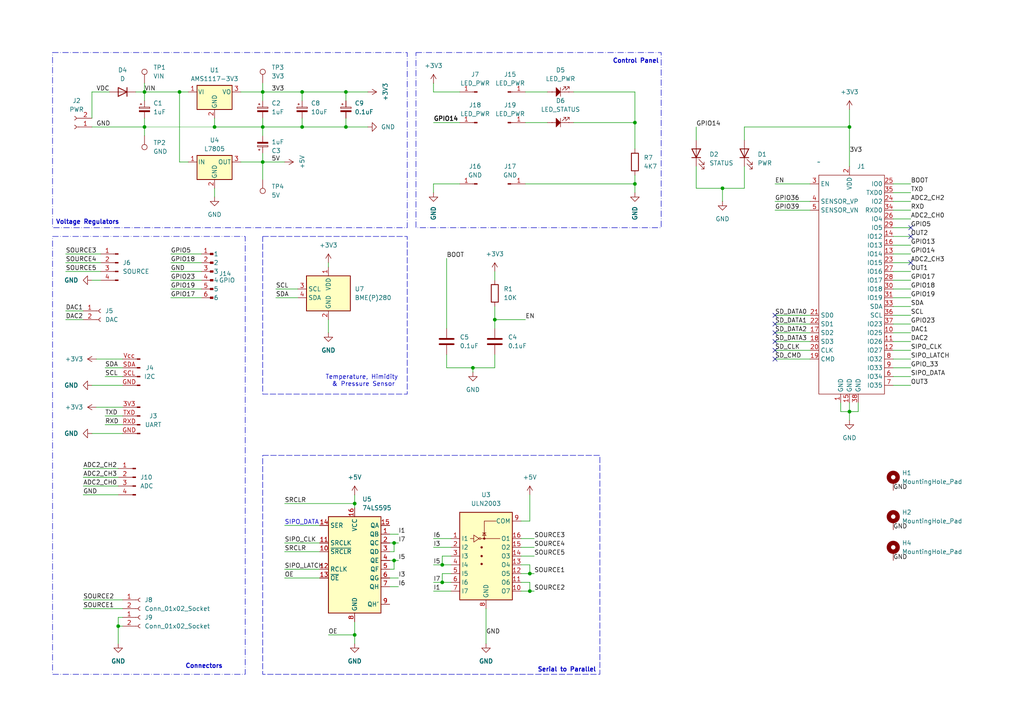
<source format=kicad_sch>
(kicad_sch (version 20231120) (generator "eeschema") (generator_version "8.0")
  (paper "A4")
  (junction (at 595.63 139.7))
  (junction (at 102.87 184.15))
  (junction (at 87.63 26.67))
  (junction (at 388.62 22.86))
  (junction (at 62.23 36.83))
  (junction (at 153.67 166.37))
  (junction (at 76.2 36.83))
  (junction (at 184.15 35.56))
  (junction (at 358.14 30.48))
  (junction (at 153.67 171.45))
  (junction (at 128.27 168.91))
  (junction (at 100.33 36.83))
  (junction (at 595.63 116.84))
  (junction (at 595.63 132.08))
  (junction (at 595.63 124.46))
  (junction (at 246.38 36.83))
  (junction (at 41.91 36.83))
  (junction (at 52.07 26.67))
  (junction (at 478.79 156.21))
  (junction (at 76.2 46.99))
  (junction (at 114.3 157.48))
  (junction (at 377.19 151.13))
  (junction (at 246.38 119.38))
  (junction (at 114.3 162.56))
  (junction (at 347.98 54.61))
  (junction (at 401.32 163.83))
  (junction (at 143.51 92.71))
  (junction (at 495.3 168.91))
  (junction (at 100.33 26.67))
  (junction (at 76.2 26.67))
  (junction (at 595.63 128.27))
  (junction (at 41.91 26.67))
  (junction (at 87.63 36.83))
  (junction (at 102.87 146.05))
  (junction (at 184.15 53.34))
  (junction (at 449.58 99.06))
  (junction (at 495.3 156.21))
  (junction (at 137.16 106.68))
  (junction (at 358.14 22.86))
  (junction (at 209.55 54.61))
  (junction (at 595.63 135.89))
  (junction (at 374.65 30.48))
  (junction (at 595.63 120.65))
  (junction (at 128.27 163.83))
  (junction (at 34.29 181.61))
  (no_connect (at 224.79 96.52))
  (no_connect (at 224.79 104.14))
  (no_connect (at 361.95 113.03))
  (no_connect (at 224.79 99.06))
  (no_connect (at 264.16 66.04))
  (no_connect (at 264.16 76.2))
  (no_connect (at 264.16 68.58))
  (no_connect (at 224.79 93.98))
  (no_connect (at 224.79 101.6))
  (no_connect (at 224.79 91.44))
  (wire (pts (xy 478.79 168.91) (xy 476.25 168.91)))
  (wire (pts (xy 114.3 162.56) (xy 114.3 165.1)))
  (wire (pts (xy 259.08 58.42) (xy 264.16 58.42)))
  (wire (pts (xy 62.23 54.61) (xy 62.23 57.15)))
  (wire (pts (xy 52.07 26.67) (xy 54.61 26.67)))
  (wire (pts (xy 588.01 135.89) (xy 595.63 135.89)))
  (wire (pts (xy 558.8 53.34) (xy 568.96 53.34)))
  (wire (pts (xy 113.03 162.56) (xy 114.3 162.56)))
  (wire (pts (xy 224.79 101.6) (xy 234.95 101.6)))
  (wire (pts (xy 34.29 179.07) (xy 34.29 181.61)))
  (wire (pts (xy 30.48 109.22) (xy 35.56 109.22)))
  (wire (pts (xy 151.13 171.45) (xy 153.67 171.45)))
  (wire (pts (xy 41.91 36.83) (xy 62.23 36.83)) (stroke (width 0.0254)))
  (wire (pts (xy 558.8 55.88) (xy 568.96 55.88)))
  (wire (pts (xy 358.14 171.45) (xy 361.95 171.45)))
  (wire (pts (xy 102.87 180.34) (xy 102.87 184.15)))
  (wire (pts (xy 82.55 157.48) (xy 92.71 157.48)))
  (wire (pts (xy 572.77 120.65) (xy 580.39 120.65)))
  (wire (pts (xy 184.15 26.67) (xy 184.15 35.56)))
  (wire (pts (xy 615.95 24.13) (xy 622.3 24.13)))
  (wire (pts (xy 588.01 124.46) (xy 595.63 124.46)))
  (wire (pts (xy 184.15 50.8) (xy 184.15 53.34)))
  (wire (pts (xy 24.13 173.99) (xy 35.56 173.99)))
  (wire (pts (xy 129.54 106.68) (xy 137.16 106.68)))
  (wire (pts (xy 595.63 139.7) (xy 595.63 143.51)))
  (wire (pts (xy 41.91 26.67) (xy 52.07 26.67)))
  (wire (pts (xy 341.63 52.07) (xy 354.33 52.07)))
  (wire (pts (xy 259.08 63.5) (xy 264.16 63.5)))
  (wire (pts (xy 209.55 54.61) (xy 215.9 54.61)))
  (wire (pts (xy 588.01 120.65) (xy 595.63 120.65)))
  (wire (pts (xy 495.3 158.75) (xy 495.3 156.21)))
  (wire (pts (xy 377.19 151.13) (xy 382.27 151.13)))
  (wire (pts (xy 224.79 99.06) (xy 234.95 99.06)))
  (wire (pts (xy 54.61 46.99) (xy 52.07 46.99)))
  (wire (pts (xy 30.48 120.65) (xy 35.56 120.65)))
  (wire (pts (xy 508 91.44) (xy 515.62 91.44)))
  (wire (pts (xy 495.3 156.21) (xy 504.19 156.21)))
  (wire (pts (xy 623.57 62.23) (xy 635 62.23)))
  (wire (pts (xy 24.13 140.97) (xy 34.29 140.97)))
  (wire (pts (xy 401.32 142.24) (xy 401.32 146.05)))
  (wire (pts (xy 82.55 160.02) (xy 92.71 160.02)))
  (wire (pts (xy 246.38 31.75) (xy 246.38 36.83)))
  (wire (pts (xy 259.08 78.74) (xy 264.16 78.74)))
  (wire (pts (xy 128.27 163.83) (xy 130.81 163.83)))
  (wire (pts (xy 128.27 168.91) (xy 130.81 168.91)))
  (wire (pts (xy 259.08 81.28) (xy 264.16 81.28)))
  (wire (pts (xy 615.95 26.67) (xy 622.3 26.67)))
  (wire (pts (xy 615.95 19.05) (xy 622.3 19.05)))
  (wire (pts (xy 623.57 57.15) (xy 635 57.15)))
  (wire (pts (xy 353.06 22.86) (xy 358.14 22.86)))
  (wire (pts (xy 27.94 104.14) (xy 35.56 104.14)))
  (wire (pts (xy 153.67 171.45) (xy 154.94 171.45)))
  (wire (pts (xy 572.77 128.27) (xy 580.39 128.27)))
  (wire (pts (xy 125.73 156.21) (xy 130.81 156.21)))
  (wire (pts (xy 389.89 151.13) (xy 393.7 151.13)))
  (wire (pts (xy 452.12 95.25) (xy 452.12 99.06)))
  (wire (pts (xy 62.23 34.29) (xy 62.23 36.83)))
  (wire (pts (xy 100.33 36.83) (xy 106.68 36.83)))
  (wire (pts (xy 151.13 156.21) (xy 154.94 156.21)))
  (wire (pts (xy 29.21 78.74) (xy 19.05 78.74)))
  (wire (pts (xy 551.22 22.73) (xy 558.84 22.73)))
  (wire (pts (xy 243.84 119.38) (xy 246.38 119.38)))
  (wire (pts (xy 114.3 157.48) (xy 115.57 157.48)))
  (wire (pts (xy 125.73 26.67) (xy 125.73 24.13)))
  (wire (pts (xy 76.2 34.29) (xy 76.2 36.83)))
  (wire (pts (xy 29.21 73.66) (xy 19.05 73.66)))
  (wire (pts (xy 259.08 53.34) (xy 264.16 53.34)))
  (wire (pts (xy 87.63 26.67) (xy 87.63 29.21)))
  (wire (pts (xy 374.65 30.48) (xy 374.65 34.29)))
  (wire (pts (xy 49.53 81.28) (xy 58.42 81.28)))
  (wire (pts (xy 595.63 120.65) (xy 595.63 124.46)))
  (wire (pts (xy 153.67 151.13) (xy 151.13 151.13)))
  (wire (pts (xy 461.01 67.31) (xy 466.09 67.31)))
  (wire (pts (xy 201.93 36.83) (xy 201.93 40.64)))
  (wire (pts (xy 340.36 22.86) (xy 345.44 22.86)))
  (wire (pts (xy 49.53 83.82) (xy 58.42 83.82)))
  (wire (pts (xy 151.13 168.91) (xy 153.67 168.91)))
  (wire (pts (xy 26.67 81.28) (xy 29.21 81.28)))
  (wire (pts (xy 102.87 146.05) (xy 102.87 147.32)))
  (wire (pts (xy 595.63 128.27) (xy 595.63 132.08)))
  (wire (pts (xy 458.47 168.91) (xy 461.01 168.91)))
  (wire (pts (xy 595.63 116.84) (xy 595.63 120.65)))
  (wire (pts (xy 504.19 163.83) (xy 504.19 168.91)))
  (wire (pts (xy 631.19 8.89) (xy 631.19 12.7)))
  (wire (pts (xy 125.73 53.34) (xy 125.73 55.88)))
  (wire (pts (xy 234.95 53.34) (xy 224.79 53.34)))
  (wire (pts (xy 358.14 173.99) (xy 361.95 173.99)))
  (wire (pts (xy 166.37 35.56) (xy 184.15 35.56)))
  (wire (pts (xy 133.35 26.67) (xy 125.73 26.67)))
  (wire (pts (xy 102.87 143.51) (xy 102.87 146.05)))
  (wire (pts (xy 26.67 26.67) (xy 31.75 26.67)))
  (wire (pts (xy 243.84 116.84) (xy 243.84 119.38)))
  (wire (pts (xy 434.34 55.88) (xy 438.15 55.88)))
  (wire (pts (xy 588.01 132.08) (xy 595.63 132.08)))
  (wire (pts (xy 41.91 39.37) (xy 41.91 36.83)))
  (wire (pts (xy 19.05 90.17) (xy 24.13 90.17)))
  (wire (pts (xy 224.79 60.96) (xy 234.95 60.96)))
  (wire (pts (xy 504.19 161.29) (xy 506.73 161.29)))
  (wire (pts (xy 49.53 76.2) (xy 58.42 76.2)))
  (wire (pts (xy 34.29 181.61) (xy 35.56 181.61)))
  (wire (pts (xy 27.94 118.11) (xy 35.56 118.11)))
  (wire (pts (xy 41.91 26.67) (xy 41.91 29.21)))
  (wire (pts (xy 143.51 88.9) (xy 143.51 92.71)))
  (wire (pts (xy 143.51 92.71) (xy 152.4 92.71)))
  (wire (pts (xy 153.67 163.83) (xy 153.67 166.37)))
  (wire (pts (xy 259.08 106.68) (xy 264.16 106.68)))
  (wire (pts (xy 41.91 34.29) (xy 41.91 36.83)))
  (wire (pts (xy 209.55 58.42) (xy 209.55 54.61)))
  (wire (pts (xy 152.4 35.56) (xy 158.75 35.56)))
  (wire (pts (xy 224.79 93.98) (xy 234.95 93.98)))
  (wire (pts (xy 153.67 143.51) (xy 153.67 151.13)))
  (wire (pts (xy 24.13 176.53) (xy 35.56 176.53)))
  (wire (pts (xy 486.41 173.99) (xy 487.68 173.99)))
  (wire (pts (xy 224.79 91.44) (xy 234.95 91.44)))
  (wire (pts (xy 113.03 160.02) (xy 114.3 160.02)))
  (wire (pts (xy 361.95 118.11) (xy 373.38 118.11)))
  (wire (pts (xy 113.03 167.64) (xy 115.57 167.64)))
  (wire (pts (xy 215.9 48.26) (xy 215.9 54.61)))
  (wire (pts (xy 52.07 26.67) (xy 52.07 46.99)))
  (wire (pts (xy 259.08 101.6) (xy 264.16 101.6)))
  (wire (pts (xy 342.9 113.03) (xy 346.71 113.03)))
  (wire (pts (xy 35.56 179.07) (xy 34.29 179.07)))
  (wire (pts (xy 76.2 46.99) (xy 82.55 46.99)))
  (wire (pts (xy 41.91 24.13) (xy 41.91 26.67)))
  (wire (pts (xy 76.2 36.83) (xy 87.63 36.83)))
  (wire (pts (xy 588.01 128.27) (xy 595.63 128.27)))
  (wire (pts (xy 259.08 104.14) (xy 264.16 104.14)))
  (wire (pts (xy 152.4 26.67) (xy 158.75 26.67)))
  (wire (pts (xy 567.73 10.03) (xy 567.73 13.84)))
  (wire (pts (xy 151.13 161.29) (xy 154.94 161.29)))
  (wire (pts (xy 401.32 156.21) (xy 401.32 163.83)))
  (wire (pts (xy 631.19 33.02) (xy 631.19 35.56)))
  (wire (pts (xy 259.08 93.98) (xy 264.16 93.98)))
  (wire (pts (xy 461.01 69.85) (xy 466.09 69.85)))
  (wire (pts (xy 143.51 102.87) (xy 143.51 106.68)))
  (wire (pts (xy 215.9 36.83) (xy 215.9 40.64)))
  (wire (pts (xy 82.55 152.4) (xy 92.71 152.4)))
  (wire (pts (xy 504.19 156.21) (xy 504.19 161.29)))
  (wire (pts (xy 623.57 66.04) (xy 623.57 62.23)))
  (wire (pts (xy 80.01 86.36) (xy 86.36 86.36)))
  (wire (pts (xy 151.13 163.83) (xy 153.67 163.83)))
  (wire (pts (xy 35.56 111.76) (xy 26.67 111.76)))
  (wire (pts (xy 151.13 158.75) (xy 154.94 158.75)))
  (wire (pts (xy 495.3 156.21) (xy 478.79 156.21)))
  (wire (pts (xy 30.48 123.19) (xy 35.56 123.19)))
  (wire (pts (xy 476.25 173.99) (xy 478.79 173.99)))
  (wire (pts (xy 125.73 35.56) (xy 133.35 35.56)))
  (wire (pts (xy 87.63 26.67) (xy 100.33 26.67)))
  (wire (pts (xy 595.63 113.03) (xy 595.63 116.84)))
  (wire (pts (xy 201.93 54.61) (xy 209.55 54.61)))
  (wire (pts (xy 76.2 36.83) (xy 76.2 39.37)))
  (wire (pts (xy 259.08 55.88) (xy 264.16 55.88)))
  (wire (pts (xy 452.12 99.06) (xy 449.58 99.06)))
  (wire (pts (xy 259.08 99.06) (xy 264.16 99.06)))
  (wire (pts (xy 461.01 62.23) (xy 466.09 62.23)))
  (wire (pts (xy 143.51 92.71) (xy 143.51 95.25)))
  (wire (pts (xy 201.93 48.26) (xy 201.93 54.61)))
  (wire (pts (xy 102.87 184.15) (xy 102.87 186.69)))
  (wire (pts (xy 449.58 95.25) (xy 449.58 99.06)))
  (wire (pts (xy 448.31 27.94) (xy 448.31 31.75)))
  (wire (pts (xy 434.34 58.42) (xy 438.15 58.42)))
  (wire (pts (xy 551.22 20.19) (xy 558.84 20.19)))
  (wire (pts (xy 100.33 26.67) (xy 100.33 29.21)))
  (wire (pts (xy 623.57 59.69) (xy 635 59.69)))
  (wire (pts (xy 358.14 166.37) (xy 361.95 166.37)))
  (wire (pts (xy 358.14 24.13) (xy 358.14 22.86)))
  (wire (pts (xy 623.57 54.61) (xy 635 54.61)))
  (wire (pts (xy 388.62 30.48) (xy 374.65 30.48)))
  (wire (pts (xy 588.01 139.7) (xy 595.63 139.7)))
  (wire (pts (xy 62.23 36.83) (xy 76.2 36.83)))
  (wire (pts (xy 401.32 163.83) (xy 401.32 172.72)))
  (wire (pts (xy 358.14 168.91) (xy 361.95 168.91)))
  (wire (pts (xy 361.95 115.57) (xy 373.38 115.57)))
  (wire (pts (xy 259.08 86.36) (xy 264.16 86.36)))
  (wire (pts (xy 224.79 104.14) (xy 234.95 104.14)))
  (wire (pts (xy 561.34 48.26) (xy 568.96 48.26)))
  (wire (pts (xy 449.58 99.06) (xy 449.58 101.6)))
  (wire (pts (xy 76.2 29.21) (xy 76.2 26.67)))
  (wire (pts (xy 80.01 83.82) (xy 86.36 83.82)))
  (wire (pts (xy 259.08 60.96) (xy 264.16 60.96)))
  (wire (pts (xy 76.2 46.99) (xy 76.2 52.07)))
  (wire (pts (xy 342.9 30.48) (xy 358.14 30.48)))
  (wire (pts (xy 125.73 168.91) (xy 128.27 168.91)))
  (wire (pts (xy 572.77 135.89) (xy 580.39 135.89)))
  (wire (pts (xy 259.08 71.12) (xy 264.16 71.12)))
  (wire (pts (xy 259.08 88.9) (xy 264.16 88.9)))
  (wire (pts (xy 340.36 25.4) (xy 342.9 25.4)))
  (wire (pts (xy 341.63 49.53) (xy 347.98 49.53)))
  (wire (pts (xy 347.98 49.53) (xy 347.98 54.61)))
  (wire (pts (xy 26.67 36.83) (xy 41.91 36.83)))
  (wire (pts (xy 401.32 163.83) (xy 393.7 163.83)))
  (wire (pts (xy 24.13 138.43) (xy 34.29 138.43)))
  (wire (pts (xy 125.73 53.34) (xy 133.35 53.34)))
  (wire (pts (xy 558.8 58.42) (xy 558.8 55.88)))
  (wire (pts (xy 125.73 171.45) (xy 130.81 171.45)))
  (wire (pts (xy 377.19 142.24) (xy 377.19 151.13)))
  (wire (pts (xy 382.27 22.86) (xy 388.62 22.86)))
  (wire (pts (xy 572.77 116.84) (xy 580.39 116.84)))
  (wire (pts (xy 224.79 58.42) (xy 234.95 58.42)))
  (wire (pts (xy 495.3 179.07) (xy 495.3 182.88)))
  (wire (pts (xy 113.03 154.94) (xy 115.57 154.94)))
  (wire (pts (xy 35.56 125.73) (xy 26.67 125.73)))
  (wire (pts (xy 572.77 124.46) (xy 580.39 124.46)))
  (wire (pts (xy 259.08 76.2) (xy 264.16 76.2)))
  (wire (pts (xy 504.19 88.9) (xy 515.62 88.9)))
  (wire (pts (xy 100.33 34.29) (xy 100.33 36.83)))
  (wire (pts (xy 506.73 163.83) (xy 504.19 163.83)))
  (wire (pts (xy 327.66 113.03) (xy 335.28 113.03)))
  (wire (pts (xy 95.25 76.2) (xy 95.25 77.47)))
  (wire (pts (xy 49.53 86.36) (xy 58.42 86.36)))
  (wire (pts (xy 246.38 119.38) (xy 246.38 121.92)))
  (wire (pts (xy 259.08 68.58) (xy 264.16 68.58)))
  (wire (pts (xy 259.08 96.52) (xy 264.16 96.52)))
  (wire (pts (xy 595.63 135.89) (xy 595.63 139.7)))
  (wire (pts (xy 259.08 111.76) (xy 264.16 111.76)))
  (wire (pts (xy 478.79 156.21) (xy 478.79 168.91)))
  (wire (pts (xy 76.2 44.45) (xy 76.2 46.99)))
  (wire (pts (xy 125.73 158.75) (xy 130.81 158.75)))
  (wire (pts (xy 82.55 165.1) (xy 92.71 165.1)))
  (wire (pts (xy 246.38 36.83) (xy 246.38 48.26)))
  (wire (pts (xy 129.54 74.93) (xy 129.54 95.25)))
  (wire (pts (xy 572.77 139.7) (xy 580.39 139.7)))
  (wire (pts (xy 626.11 49.53) (xy 635 49.53)))
  (wire (pts (xy 384.81 163.83) (xy 386.08 163.83)))
  (wire (pts (xy 461.01 72.39) (xy 466.09 72.39)))
  (wire (pts (xy 344.17 123.19) (xy 344.17 118.11)))
  (wire (pts (xy 184.15 53.34) (xy 184.15 55.88)))
  (wire (pts (xy 153.67 168.91) (xy 153.67 171.45)))
  (wire (pts (xy 455.93 173.99) (xy 461.01 173.99)))
  (wire (pts (xy 69.85 46.99) (xy 76.2 46.99)))
  (wire (pts (xy 69.85 26.67) (xy 76.2 26.67)))
  (wire (pts (xy 388.62 29.21) (xy 388.62 30.48)))
  (wire (pts (xy 342.9 25.4) (xy 342.9 30.48)))
  (wire (pts (xy 347.98 54.61) (xy 347.98 60.96)))
  (wire (pts (xy 19.05 92.71) (xy 24.13 92.71)))
  (wire (pts (xy 34.29 181.61) (xy 34.29 186.69)))
  (wire (pts (xy 82.55 146.05) (xy 102.87 146.05)))
  (wire (pts (xy 248.92 119.38) (xy 246.38 119.38)))
  (wire (pts (xy 377.19 168.91) (xy 377.19 172.72)))
  (wire (pts (xy 341.63 54.61) (xy 347.98 54.61)))
  (wire (pts (xy 153.67 166.37) (xy 154.94 166.37)))
  (wire (pts (xy 440.69 168.91) (xy 450.85 168.91)))
  (wire (pts (xy 259.08 66.04) (xy 264.16 66.04)))
  (wire (pts (xy 113.03 157.48) (xy 114.3 157.48)))
  (wire (pts (xy 259.08 109.22) (xy 264.16 109.22)))
  (wire (pts (xy 358.14 163.83) (xy 361.95 163.83)))
  (wire (pts (xy 388.62 24.13) (xy 388.62 22.86)))
  (wire (pts (xy 623.57 52.07) (xy 635 52.07)))
  (wire (pts (xy 248.92 116.84) (xy 248.92 119.38)))
  (wire (pts (xy 588.01 113.03) (xy 595.63 113.03)))
  (wire (pts (xy 588.01 116.84) (xy 595.63 116.84)))
  (wire (pts (xy 34.29 135.89) (xy 24.13 135.89)))
  (wire (pts (xy 447.04 99.06) (xy 449.58 99.06)))
  (wire (pts (xy 558.8 50.8) (xy 568.96 50.8)))
  (wire (pts (xy 447.04 95.25) (xy 447.04 99.06)))
  (wire (pts (xy 184.15 35.56) (xy 184.15 43.18)))
  (wire (pts (xy 95.25 184.15) (xy 102.87 184.15)))
  (wire (pts (xy 259.08 83.82) (xy 264.16 83.82)))
  (wire (pts (xy 76.2 24.13) (xy 76.2 26.67)))
  (wire (pts (xy 130.81 166.37) (xy 128.27 166.37)))
  (wire (pts (xy 259.08 73.66) (xy 264.16 73.66)))
  (wire (pts (xy 130.81 161.29) (xy 128.27 161.29)))
  (wire (pts (xy 358.14 22.86) (xy 367.03 22.86)))
  (wire (pts (xy 388.62 22.86) (xy 396.24 22.86)))
  (wire (pts (xy 461.01 44.45) (xy 466.09 44.45)))
  (wire (pts (xy 358.14 30.48) (xy 374.65 30.48)))
  (wire (pts (xy 143.51 78.74) (xy 143.51 81.28)))
  (wire (pts (xy 495.3 166.37) (xy 495.3 168.91)))
  (wire (pts (xy 125.73 163.83) (xy 128.27 163.83)))
  (wire (pts (xy 87.63 34.29) (xy 87.63 36.83)))
  (wire (pts (xy 358.14 29.21) (xy 358.14 30.48)))
  (wire (pts (xy 49.53 73.66) (xy 58.42 73.66)))
  (wire (pts (xy 30.48 106.68) (xy 35.56 106.68)))
  (wire (pts (xy 259.08 91.44) (xy 264.16 91.44)))
  (wire (pts (xy 26.67 26.67) (xy 26.67 34.29)))
  (wire (pts (xy 615.95 21.59) (xy 622.3 21.59)))
  (wire (pts (xy 358.14 161.29) (xy 361.95 161.29)))
  (wire (pts (xy 152.4 53.34) (xy 184.15 53.34)))
  (wire (pts (xy 137.16 106.68) (xy 137.16 107.95)))
  (wire (pts (xy 24.13 143.51) (xy 34.29 143.51)))
  (wire (pts (xy 224.79 96.52) (xy 234.95 96.52)))
  (wire (pts (xy 377.19 151.13) (xy 377.19 158.75)))
  (wire (pts (xy 572.77 132.08) (xy 580.39 132.08)))
  (wire (pts (xy 128.27 161.29) (xy 128.27 163.83)))
  (wire (pts (xy 113.03 165.1) (xy 114.3 165.1)))
  (wire (pts (xy 113.03 170.18) (xy 115.57 170.18)))
  (wire (pts (xy 95.25 92.71) (xy 95.25 96.52)))
  (wire (pts (xy 567.73 29.08) (xy 567.73 34.16)))
  (wire (pts (xy 595.63 124.46) (xy 595.63 128.27)))
  (wire (pts (xy 129.54 102.87) (xy 129.54 106.68)))
  (wire (pts (xy 478.79 153.67) (xy 478.79 156.21)))
  (wire (pts (xy 151.13 166.37) (xy 153.67 166.37)))
  (wire (pts (xy 140.97 176.53) (xy 140.97 186.69)))
  (wire (pts (xy 76.2 26.67) (xy 87.63 26.67)))
  (wire (pts (xy 450.85 27.94) (xy 450.85 31.75)))
  (wire (pts (xy 49.53 78.74) (xy 58.42 78.74)))
  (wire (pts (xy 29.21 76.2) (xy 19.05 76.2)))
  (wire (pts (xy 344.17 118.11) (xy 346.71 118.11)))
  (wire (pts (xy 137.16 106.68) (xy 143.51 106.68)))
  (wire (pts (xy 215.9 36.83) (xy 246.38 36.83)))
  (wire (pts (xy 504.19 168.91) (xy 495.3 168.91)))
  (wire (pts (xy 114.3 162.56) (xy 115.57 162.56)))
  (wire (pts (xy 455.93 182.88) (xy 455.93 173.99)))
  (wire (pts (xy 128.27 166.37) (xy 128.27 168.91)))
  (wire (pts (xy 246.38 116.84) (xy 246.38 119.38)))
  (wire (pts (xy 595.63 132.08) (xy 595.63 135.89)))
  (wire (pts (xy 114.3 160.02) (xy 114.3 157.48)))
  (wire (pts (xy 580.39 113.03) (xy 572.77 113.03)))
  (wire (pts (xy 166.37 26.67) (xy 184.15 26.67)))
  (wire (pts (xy 87.63 36.83) (xy 100.33 36.83)))
  (wire (pts (xy 461.01 64.77) (xy 466.09 64.77)))
  (wire (pts (xy 100.33 26.67) (xy 106.68 26.67)))
  (wire (pts (xy 39.37 26.67) (xy 41.91 26.67)))
  (wire (pts (xy 82.55 167.64) (xy 92.71 167.64)))
  (rectangle (start 328.93 137.16) (end 412.75 186.69) (stroke (width 0) (type dash_dot)))
  (rectangle (start 76.2 132.08) (end 173.99 195.58) (stroke (width 0) (type dash)))
  (rectangle (start 15.24 68.58) (end 71.12 195.58) (stroke (width 0) (type dash_dot)))
  (rectangle (start 76.2 68.58) (end 118.11 114.3) (stroke (width 0) (type dash)))
  (rectangle (start 120.65 15.24) (end 191.77 66.04) (stroke (width 0) (type dash_dot)))
  (rectangle (start 15.24 15.24) (end 118.11 66.04) (stroke (width 0) (type dash_dot)))
  (text "Voltage Regulators" (at 25.4 63.754 0) (effects (font (size 1.27 1.27) (thickness 0.254) (bold yes)) (justify top)))
  (text "UART Programmer" (at 401.828 184.912 0) (effects (font (size 1.27 1.27))))
  (text "Control Panel " (at 184.912 17.78 0) (effects (font (size 1.27 1.27) (thickness 0.254) (bold yes))))
  (text "Connectors\n" (at 59.182 193.294 0) (effects (font (size 1.27 1.27) (thickness 0.254) (bold yes))))
  (text "Serial to Parallel" (at 172.974 195.072 0) (effects (font (size 1.27 1.27) (bold yes)) (justify right bottom)))
  (text "Temperature, Himidity \n& Pressure Sensor" (at 105.41 110.49 0) (effects (font (size 1.27 1.27))))
  (label "SIPO_DATA" (at 264.16 109.22 0))
  (label "VIN" (at 358.14 22.86 0))
  (label "SOURCE5" (at 154.94 161.29 0))
  (label "GND" (at 259.08 142.24 0))
  (label "SPI-SDA" (at 623.57 52.07 0))
  (label "12V" (at 508 91.44 0))
  (label "SOURCE3" (at 19.05 73.66 0))
  (label "SOURCE4" (at 19.05 76.2 0))
  (label "SD_DATA1" (at 224.79 93.98 0))
  (label "SOURCE1" (at 24.13 176.53 0))
  (label "I7" (at 115.57 157.48 0))
  (label "TXD" (at 361.95 166.37 0))
  (label "GPIO5" (at 264.16 66.04 0))
  (label "SOURCE5" (at 19.05 78.74 0))
  (label "RTS" (at 401.32 172.72 0))
  (label "ADC2_CH2" (at 264.16 58.42 0))
  (label "OUT1" (at 264.16 78.74 0))
  (label "SPI-SDO" (at 623.57 59.69 0))
  (label "GND" (at 508 88.9 0))
  (label "SPI-SCL" (at 466.09 62.23 0))
  (label "GPIO_33" (at 264.16 106.68 0))
  (label "I3" (at 115.57 167.64 0))
  (label "OUT2" (at 264.16 68.58 0))
  (label "3V3" (at 361.95 161.29 0))
  (label "SD_DATA0" (at 224.79 91.44 0))
  (label "QB-2" (at 572.77 116.84 180))
  (label "EN" (at 401.32 142.24 0))
  (label "D5" (at 615.95 24.13 0))
  (label "GPIO23" (at 264.16 93.98 0))
  (label "VDC" (at 27.94 26.67 0))
  (label "GPIO13" (at 264.16 71.12 0))
  (label "SCL" (at 80.01 83.82 0))
  (label "QD-2" (at 572.77 124.46 180))
  (label "SIPO_CLK" (at 82.55 157.48 0))
  (label "QF-2" (at 572.77 132.08 180))
  (label "SD_CLK" (at 224.79 101.6 0))
  (label "SPI-CSB" (at 623.57 57.15 0))
  (label "DAC2" (at 19.05 92.71 0))
  (label "OE" (at 95.25 184.15 0))
  (label "TXD" (at 264.16 55.88 0))
  (label "I1" (at 125.73 171.45 0))
  (label "BOOT" (at 129.54 74.93 0))
  (label "ADC2_CH2" (at 24.13 135.89 0))
  (label "SDA" (at 264.16 88.9 0))
  (label "D19" (at 615.95 26.67 0))
  (label "SD_CMD" (at 224.79 104.14 0))
  (label "ADC2_CH0" (at 24.13 140.97 0))
  (label "SD_DATA3" (at 224.79 99.06 0))
  (label "SIPO_LATCH" (at 82.55 165.1 0))
  (label "QA-2" (at 572.77 113.03 180))
  (label "I5" (at 115.57 162.56 0))
  (label "GPIO17" (at 264.16 81.28 0))
  (label "GPIO23" (at 49.53 81.28 0))
  (label "3V3" (at 450.85 27.94 0))
  (label "GPIO5" (at 49.53 73.66 0))
  (label "DTR" (at 377.19 142.24 0))
  (label "GPIO13" (at 440.69 168.91 0))
  (label "SD_DATA2" (at 224.79 96.52 0))
  (label "SDA-2" (at 551.22 22.73 0))
  (label "SPI-SCL" (at 623.57 54.61 0))
  (label "GND" (at 24.13 143.51 0))
  (label "EN" (at 152.4 92.71 0))
  (label "D18" (at 615.95 19.05 0))
  (label "RTS" (at 361.95 171.45 0))
  (label "D23" (at 615.95 21.59 0))
  (label "5V" (at 342.9 52.07 0))
  (label "SCL" (at 264.16 91.44 0))
  (label "SIPO_LATCH" (at 264.16 104.14 0))
  (label "GPIO18" (at 264.16 83.82 0))
  (label "GPIO14" (at 201.93 36.83 0))
  (label "GPIO14" (at 264.16 73.66 0))
  (label "V1-" (at 363.22 118.11 0))
  (label "BOOT" (at 377.19 172.72 0))
  (label "RX" (at 434.34 55.88 0))
  (label "RXD" (at 30.48 123.19 0))
  (label "GPIO27" (at 327.66 113.03 0))
  (label "SCL" (at 30.48 109.22 0))
  (label "GND" (at 361.95 163.83 0))
  (label "SIPO_CLK" (at 264.16 101.6 0))
  (label "GND" (at 49.53 78.74 0))
  (label "I6" (at 125.73 156.21 0))
  (label "3V3" (at 246.38 44.45 0))
  (label "QE-2" (at 572.77 128.27 180))
  (label "ADC2_CH3" (at 264.16 76.2 0))
  (label "SPI-SDO" (at 466.09 64.77 0))
  (label "OUT3" (at 264.16 111.76 0))
  (label "SCL-2" (at 558.8 53.34 0))
  (label "GPIO39" (at 224.79 60.96 0))
  (label "I5" (at 125.73 163.83 0))
  (label "SOURCE1" (at 154.94 166.37 0))
  (label "SPI-CSB" (at 466.09 44.45 0))
  (label "SPI-SDA" (at 466.09 72.39 0))
  (label "GND" (at 259.08 153.67 0))
  (label "GPIO17" (at 49.53 86.36 0))
  (label "GPIO18" (at 49.53 76.2 0))
  (label "SOURCE2" (at 154.94 171.45 0))
  (label "BOOT" (at 264.16 53.34 0))
  (label "RXD" (at 361.95 168.91 0))
  (label "SRCLR" (at 82.55 146.05 0))
  (label "SOURCE3" (at 154.94 156.21 0))
  (label "5V" (at 384.81 22.86 0))
  (label "DTR" (at 361.95 173.99 0))
  (label "ADC2_CH0" (at 264.16 63.5 0))
  (label "5V" (at 78.74 46.99 0))
  (label "ADC2_CH3" (at 24.13 138.43 0))
  (label "SCL-2" (at 551.22 20.19 0))
  (label "GND" (at 259.08 162.56 0))
  (label "VIN" (at 41.91 26.67 0))
  (label "SDA-2" (at 558.8 50.8 0))
  (label "DAC2" (at 264.16 99.06 0))
  (label "SDA" (at 80.01 86.36 0))
  (label "TX" (at 434.34 58.42 0))
  (label "QH-2" (at 572.77 139.7 180))
  (label "DAC1" (at 264.16 96.52 0))
  (label "3V3" (at 78.74 26.67 0))
  (label "OE" (at 82.55 167.64 0))
  (label "SDA" (at 30.48 106.68 0))
  (label "SRCLR" (at 82.55 160.02 0))
  (label "GPIO19" (at 49.53 83.82 0))
  (label "GPIO36" (at 224.79 58.42 0))
  (label "GPIO19" (at 264.16 86.36 0))
  (label "SCL-2" (at 466.09 69.85 0))
  (label "I3" (at 125.73 158.75 0))
  (label "GND" (at 27.94 36.83 0))
  (label "I1" (at 115.57 154.94 0))
  (label "V1+" (at 363.22 115.57 0))
  (label "DAC1" (at 19.05 90.17 0))
  (label "EN" (at 224.79 53.34 0))
  (label "VDC" (at 340.36 22.86 0))
  (label "I6" (at 115.57 170.18 0))
  (label "SIPO_DATA" (at 82.55 152.4 0))
  (label "QC-2" (at 572.77 120.65 180))
  (label "GND" (at 140.97 184.15 0))
  (label "GPIO14" (at 125.73 35.56 0) (effects (font (bold yes))))
  (label "SOURCE4" (at 154.94 158.75 0))
  (label "I7" (at 125.73 168.91 0))
  (label "GND" (at 347.98 30.48 0))
  (label "TXD" (at 30.48 120.65 0))
  (label "SDA-2" (at 466.09 67.31 0))
  (label "SOURCE2" (at 24.13 173.99 0))
  (label "RXD" (at 264.16 60.96 0))
  (label "QG-2" (at 572.77 135.89 180))
  (symbol (lib_id "Connector:Conn_01x02_Socket") (at 29.21 90.17 0) (unit 1)
    (property "Reference" "J5" (at 30.48 90.1699 0) (effects (justify left)))
    (property "Value" "DAC" (at 30.48 92.7099 0) (effects (justify left)))
    (property "Footprint" "Connector_PinSocket_2.54mm:PinSocket_1x02_P2.54mm_Vertical" (effects (hide yes)))
  )
  (symbol (lib_id "power:GND") (at 631.19 35.56 0) (unit 1)
    (property "Reference" "#PWR042" (effects (hide yes)))
    (property "Value" "GND" (at 631.19 40.64 0))
  )
  (symbol (lib_id "power:GND") (at 106.68 36.83 90) (unit 1)
    (property "Reference" "#PWR03" (effects (hide yes)))
    (property "Value" "GND" (at 110.49 36.8299 90) (effects (justify right)))
  )
  (symbol (lib_id "Device:R") (at 389.89 163.83 270) (unit 1) (on_board no)
    (property "Reference" "R3" (at 389.89 157.48 90))
    (property "Value" "10K" (at 389.89 160.02 90))
    (property "Footprint" "Resistor_SMD:R_1210_3225Metric_Pad1.30x2.65mm_HandSolder" (effects (hide yes)))
    (property "Description" "Resistor" (effects (hide yes)))
  )
  (symbol (lib_id "Connector:Conn_01x04_Pin") (at 39.37 138.43 0) (mirror y) (unit 1)
    (property "Reference" "J10" (at 40.64 138.4299 0) (effects (justify right)))
    (property "Value" "ADC" (at 40.64 140.9699 0) (effects (justify right)))
    (property "Footprint" "Connector_PinSocket_2.54mm:PinSocket_1x04_P2.54mm_Vertical" (effects (hide yes)))
  )
  (symbol (lib_name "+3V3_2") (lib_id "power:+3V3") (at 631.19 8.89 0) (unit 1)
    (property "Reference" "#PWR043" (effects (hide yes)))
    (property "Value" "+3V3" (at 631.19 5.08 0))
    (property "Description" "Power symbol creates a global label with name \"+3V3\"" (effects (hide yes)))
  )
  (symbol (lib_id "Device:LED") (at 584.2 135.89 180) (unit 1)
    (property "Reference" "D14" (at 585.7875 128.27 0))
    (property "Value" "PWR" (at 585.7875 130.81 0))
    (property "Footprint" "LED_SMD:LED_1210_3225Metric_Pad1.42x2.65mm_HandSolder" (effects (hide yes)))
    (property "Description" "Light emitting diode" (effects (hide yes)))
  )
  (symbol (lib_id "Device:C_Polarized_Small") (at 388.62 26.67 0) (mirror x) (unit 1)
    (property "Reference" "C7" (at 391.16 28.4861 0) (effects (justify left)))
    (property "Value" "1uF" (at 391.16 25.9461 0) (effects (justify left)))
    (property "Footprint" "Capacitor_THT:CP_Radial_D4.0mm_P2.00mm" (effects (hide yes)))
  )
  (symbol (lib_id "power:+3V3") (at 95.25 76.2 0) (unit 1)
    (property "Reference" "#PWR022" (effects (hide yes)))
    (property "Value" "+3V3" (at 95.25 71.12 0))
  )
  (symbol (lib_id "power:GND") (at 26.67 81.28 270) (unit 1)
    (property "Reference" "#PWR023" (effects (hide yes)))
    (property "Value" "GND" (at 22.86 81.28 90) (effects (font (bold yes)) (justify right)))
  )
  (symbol (lib_id "power:+3V3") (at 27.94 118.11 90) (unit 1)
    (property "Reference" "#PWR06" (effects (hide yes)))
    (property "Value" "+3V3" (at 24.13 118.1099 90) (effects (justify left)))
  )
  (symbol (lib_id "power:GND") (at 567.73 34.16 0) (unit 1)
    (property "Reference" "#PWR032" (effects (hide yes)))
    (property "Value" "GND" (at 567.73 39.24 0))
  )
  (symbol (lib_id "Device:LED") (at 584.2 124.46 180) (unit 1)
    (property "Reference" "D11" (at 585.7875 116.84 0))
    (property "Value" "PWR" (at 585.7875 119.38 0))
    (property "Footprint" "LED_SMD:LED_1210_3225Metric_Pad1.42x2.65mm_HandSolder" (effects (hide yes)))
    (property "Description" "Light emitting diode" (effects (hide yes)))
  )
  (symbol (lib_id "Alexander Symbol Library:BME(P)280") (at 96.52 87.63 0) (unit 1)
    (property "Reference" "U7" (at 102.87 83.8199 0) (effects (justify left)))
    (property "Value" "BME(P)280" (at 102.87 86.3599 0) (effects (justify left)))
    (property "Footprint" "Alexander Footprint Library:BME280_BMP280_I2C" (effects (hide yes)))
    (property "Description" "Absolute Barometric Pressure Sensor" (effects (hide yes)))
  )
  (symbol (lib_id "Device:LED") (at 201.93 44.45 90) (unit 1)
    (property "Reference" "D2" (at 205.74 44.7674 90) (effects (justify right)))
    (property "Value" "STATUS" (at 205.74 47.3074 90) (effects (justify right)))
    (property "Footprint" "LED_SMD:LED_1210_3225Metric_Pad1.42x2.65mm_HandSolder" (effects (hide yes)))
    (property "Description" "Light emitting diode" (effects (hide yes)))
  )
  (symbol (lib_id "Connector:Conn_01x01_Pin") (at 147.32 35.56 0) (mirror x) (unit 1)
    (property "Reference" "J19" (at 147.955 30.48 0))
    (property "Value" "LED_PWR" (at 147.955 33.02 0))
    (property "Footprint" "Alexander Footprint Library:Pad_1x01_P2.54_SMD" (effects (hide yes)))
    (property "Description" "Generic connector, single row, 01x01, script generated" (effects (hide yes)))
  )
  (symbol (lib_id "power:+3V3") (at 27.94 104.14 90) (unit 1)
    (property "Reference" "#PWR08" (effects (hide yes)))
    (property "Value" "+3V3" (at 24.13 104.14 90) (effects (justify left)))
  )
  (symbol (lib_id "Regulator_Linear:L7805") (at 374.65 22.86 0) (unit 1)
    (property "Reference" "U9" (at 374.65 16.51 0))
    (property "Value" "L7805" (at 374.65 19.05 0))
    (property "Footprint" "Alexander Footprint Library:LD1117" (effects (hide yes)))
    (property "Datasheet" "datasheets/Voltage-Regulator_L7805.pdf" (effects (hide yes)))
    (property "Description" "Voltage Regulator 1.5A Positive" (effects (hide yes)))
  )
  (symbol (lib_id "Alexander Symbol Library:BME(P)280") (at 569 24 0) (unit 1)
    (property "Reference" "U8" (at 575.35 20.1899 0) (effects (justify left)))
    (property "Value" "BME(P)280" (at 575.35 22.7299 0) (effects (justify left)))
    (property "Footprint" "Alexander Footprint Library:BME280_BMP280_I2C" (effects (hide yes)))
    (property "Description" "Absolute Barometric Pressure Sensor" (effects (hide yes)))
  )
  (symbol (lib_id "power:+3V3") (at 561.34 48.26 90) (unit 1)
    (property "Reference" "#PWR038" (effects (hide yes)))
    (property "Value" "+3V3" (at 557.53 48.26 90) (effects (justify left)))
  )
  (symbol (lib_id "power:+5V") (at 153.67 143.51 0) (unit 1)
    (property "Reference" "#PWR012" (effects (hide yes)))
    (property "Value" "+5V" (at 153.67 138.43 0))
  )
  (symbol (lib_id "Device:C_Polarized_Small") (at 87.63 31.75 0) (unit 1)
    (property "Reference" "C8" (at 90.17 29.9338 0) (effects (justify left)))
    (property "Value" "10uF" (at 90.17 32.4738 0) (effects (justify left)))
    (property "Footprint" "Capacitor_SMD:CP_Elec_3x5.3" (effects (hide yes)))
  )
  (symbol (lib_id "Transistor_Array:ULN2003") (at 140.97 161.29 0) (unit 1) (on_board no)
    (property "Reference" "U3" (at 140.97 143.51 0))
    (property "Value" "ULN2003" (at 140.97 146.05 0))
    (property "Footprint" "Package_DIP:DIP-16_W7.62mm" (effects (hide yes)))
    (property "Datasheet" "http://www.ti.com/lit/ds/symlink/uln2003a.pdf" (effects (hide yes)))
  )
  (symbol (lib_id "PCM_SL_Devices:LED_5mm") (at 162.56 26.67 0) (unit 1)
    (property "Reference" "D5" (at 162.56 20.32 0))
    (property "Value" "LED_PWR" (at 162.56 22.86 0))
    (property "Footprint" "LED_THT:LED_D5.0mm" (effects (hide yes)))
    (property "Description" "Common 5mm diameter LED" (effects (hide yes)))
  )
  (symbol (lib_id "Device:LED") (at 584.2 139.7 180) (unit 1)
    (property "Reference" "D15" (at 585.7875 132.08 0))
    (property "Value" "PWR" (at 585.7875 134.62 0))
    (property "Footprint" "LED_SMD:LED_1210_3225Metric_Pad1.42x2.65mm_HandSolder" (effects (hide yes)))
    (property "Description" "Light emitting diode" (effects (hide yes)))
  )
  (symbol (lib_id "Device:D") (at 495.3 162.56 270) (unit 1) (on_board no)
    (property "Reference" "D3" (at 497.84 161.2899 90) (effects (justify left)))
    (property "Value" "1N4007" (at 497.84 163.8299 90) (effects (justify left)))
    (property "Description" "Diode" (effects (hide yes)))
    (property "Sim.Device" "D" (effects (hide yes)))
    (property "Sim.Pins" "1=K 2=A" (effects (hide yes)))
  )
  (symbol (lib_id "Device:R") (at 386.08 151.13 270) (unit 1) (on_board no)
    (property "Reference" "R4" (at 386.08 144.78 90))
    (property "Value" "10K" (at 386.08 147.32 90))
    (property "Footprint" "Resistor_SMD:R_1210_3225Metric_Pad1.30x2.65mm_HandSolder" (effects (hide yes)))
    (property "Description" "Resistor" (effects (hide yes)))
  )
  (symbol (lib_name "Conn_SPI_1") (lib_id "Alexander Symbol Library:Conn_SPI") (at 640.08 67.31 0) (mirror y) (unit 1)
    (property "Reference" "J24" (at 639.445 45.72 0))
    (property "Value" "~" (at 639.445 48.26 0))
    (property "Footprint" "Alexander Footprint Library:Conn_SPI" (effects (hide yes)))
  )
  (symbol (lib_name "Conn_UART_1") (lib_id "Alexander_Library_Symbols:Conn_UART") (at 40.64 118.11 0) (mirror y) (unit 1)
    (property "Reference" "J3" (at 44.45 120.65 0))
    (property "Value" "UART" (at 44.45 123.19 0))
    (property "Footprint" "Alexander Footprints Library:Conn_UART" (effects (hide yes)))
  )
  (symbol (lib_id "Device:C_Polarized_Small") (at 76.2 41.91 0) (mirror x) (unit 1)
    (property "Reference" "C3" (at 78.74 43.7261 0) (effects (justify left)))
    (property "Value" "1uF" (at 78.74 41.1861 0) (effects (justify left)))
    (property "Footprint" "Capacitor_THT:CP_Radial_D4.0mm_P2.00mm" (effects (hide yes)))
  )
  (symbol (lib_id "Device:C_Polarized_Small") (at 41.91 31.75 0) (unit 1)
    (property "Reference" "C1" (at 44.45 29.9339 0) (effects (justify left)))
    (property "Value" "1uF" (at 44.45 32.4739 0) (effects (justify left)))
    (property "Footprint" "Capacitor_THT:CP_Radial_D4.0mm_P2.00mm" (effects (hide yes)))
  )
  (symbol (lib_id "Device:R") (at 339.09 113.03 90) (unit 1) (on_board no)
    (property "Reference" "R2" (at 339.09 106.68 90))
    (property "Value" "1K" (at 339.09 109.22 90))
    (property "Footprint" "Resistor_SMD:R_1210_3225Metric_Pad1.30x2.65mm_HandSolder" (effects (hide yes)))
  )
  (symbol (lib_name "GND_6") (lib_id "power:GND") (at 455.93 182.88 0) (unit 1)
    (property "Reference" "#PWR020" (effects (hide yes)))
    (property "Value" "GND" (at 455.93 187.96 0))
    (property "Description" "Power symbol creates a global label with name \"GND\" , ground" (effects (hide yes)))
  )
  (symbol (lib_name "GND_5") (lib_id "power:GND") (at 495.3 182.88 0) (unit 1)
    (property "Reference" "#PWR019" (effects (hide yes)))
    (property "Value" "GND" (at 495.3 187.96 0))
    (property "Description" "Power symbol creates a global label with name \"GND\" , ground" (effects (hide yes)))
  )
  (symbol (lib_name "+5V_2") (lib_id "power:+5V") (at 448.31 27.94 0) (unit 1)
    (property "Reference" "#PWR030" (effects (hide yes)))
    (property "Value" "+5V" (at 448.31 22.86 0))
    (property "Description" "Power symbol creates a global label with name \"+5V\"" (effects (hide yes)))
  )
  (symbol (lib_id "power:GND") (at 26.67 111.76 270) (unit 1)
    (property "Reference" "#PWR09" (effects (hide yes)))
    (property "Value" "GND" (at 22.86 111.76 90) (effects (font (bold yes)) (justify right)))
  )
  (symbol (lib_name "GND_4") (lib_id "power:GND") (at 102.87 186.69 0) (unit 1)
    (property "Reference" "#PWR016" (effects (hide yes)))
    (property "Value" "GND" (at 102.87 191.77 0) (effects (font (bold yes))))
    (property "Description" "Power symbol creates a global label with name \"GND\" , ground" (effects (hide yes)))
  )
  (symbol (lib_name "+5V_2") (lib_id "power:+5V") (at 567.73 10.03 0) (unit 1)
    (property "Reference" "#PWR031" (effects (hide yes)))
    (property "Value" "+5V" (at 567.73 4.95 0))
    (property "Description" "Power symbol creates a global label with name \"+5V\"" (effects (hide yes)))
  )
  (symbol (lib_id "power:GND") (at 26.67 125.73 270) (unit 1)
    (property "Reference" "#PWR07" (effects (hide yes)))
    (property "Value" "GND" (at 22.86 125.73 90) (effects (font (bold yes)) (justify right)))
  )
  (symbol (lib_id "74xx:74LS595") (at 102.87 162.56 0) (unit 1) (on_board no)
    (property "Reference" "U5" (at 105.0641 144.78 0) (effects (justify left)))
    (property "Value" "74LS595" (at 105.0641 147.32 0) (effects (justify left)))
    (property "Footprint" "Package_DIP:DIP-16_W7.62mm" (effects (hide yes)))
    (property "Datasheet" "http://www.ti.com/lit/gpn/sn74ls595" (effects (hide yes)))
    (property "Description" "8-bit serial in/out Shift Register 3-State Outputs" (effects (hide yes)))
  )
  (symbol (lib_id "Connector:Conn_01x01_Pin") (at 147.32 26.67 0) (mirror x) (unit 1)
    (property "Reference" "J15" (at 147.955 21.59 0))
    (property "Value" "LED_PWR" (at 147.955 24.13 0))
    (property "Footprint" "Alexander Footprint Library:Pad_1x01_P2.54_SMD" (effects (hide yes)))
    (property "Description" "Generic connector, single row, 01x01, script generated" (effects (hide yes)))
  )
  (symbol (lib_id "Connector:Conn_01x02_Socket") (at 378.46 115.57 0) (unit 1) (on_board no)
    (property "Reference" "J12" (at 379.73 115.5699 0) (effects (justify left)))
    (property "Value" "Conn_01x02_Socket" (at 379.73 118.1099 0) (effects (justify left)))
    (property "Footprint" "Connector_PinSocket_2.54mm:PinSocket_1x02_P2.54mm_Vertical" (effects (hide yes)))
    (property "Description" "Generic connector, single row, 01x02, script generated" (effects (hide yes)))
  )
  (symbol (lib_id "Mechanical:MountingHole_Pad") (at 259.08 151.13 0) (unit 1)
    (property "Reference" "H2" (at 261.62 148.59 0) (effects (justify left)))
    (property "Value" "MountingHole_Pad" (at 261.62 151.13 0) (effects (justify left)))
    (property "Footprint" "MountingHole:MountingHole_3mm" (effects (hide yes)))
  )
  (symbol (lib_id "power:GND") (at 140.97 186.69 0) (unit 1)
    (property "Reference" "#PWR010" (effects (hide yes)))
    (property "Value" "GND" (at 140.97 191.77 0) (effects (font (bold yes))))
  )
  (symbol (lib_name "GND_3") (lib_id "power:GND") (at 209.55 58.42 0) (unit 1)
    (property "Reference" "#PWR015" (effects (hide yes)))
    (property "Value" "GND" (at 209.55 63.5 0))
    (property "Description" "Power symbol creates a global label with name \"GND\" , ground" (effects (hide yes)))
  )
  (symbol (lib_id "Device:D") (at 349.25 22.86 180) (unit 1)
    (property "Reference" "D7" (at 349.25 16.51 0))
    (property "Value" "D" (at 349.25 19.05 0))
    (property "Footprint" "Diode_SMD:D_1210_3225Metric" (effects (hide yes)))
    (property "Description" "Diode" (effects (hide yes)))
    (property "Sim.Device" "D" (effects (hide yes)))
    (property "Sim.Pins" "1=K 2=A" (effects (hide yes)))
  )
  (symbol (lib_id "Connector:Conn_01x02_Socket") (at 40.64 179.07 0) (unit 1)
    (property "Reference" "J9" (at 41.91 179.07 0) (effects (justify left)))
    (property "Value" "Conn_01x02_Socket" (at 41.91 181.61 0) (effects (justify left)))
    (property "Footprint" "Alexander Footprints Library:Conn_Terminal_5mm" (effects (hide yes)))
  )
  (symbol (lib_id "Connector:Conn_01x04_Pin") (at 34.29 76.2 0) (mirror y) (unit 1)
    (property "Reference" "J6" (at 35.56 76.1999 0) (effects (justify right)))
    (property "Value" "SOURCE" (at 35.56 78.7399 0) (effects (justify right)))
    (property "Footprint" "Connector_PinSocket_2.54mm:PinSocket_1x04_P2.54mm_Vertical" (effects (hide yes)))
  )
  (symbol (lib_id "power:+3V3") (at 143.51 78.74 0) (unit 1)
    (property "Reference" "#PWR024" (effects (hide yes)))
    (property "Value" "+3V3" (at 143.51 73.66 0))
  )
  (symbol (lib_name "GND_7") (lib_id "power:GND") (at 374.65 34.29 0) (unit 1)
    (property "Reference" "#PWR033" (effects (hide yes)))
    (property "Value" "GND" (at 374.65 39.37 0))
    (property "Description" "Power symbol creates a global label with name \"GND\" , ground" (effects (hide yes)))
  )
  (symbol (lib_name "GND_3") (lib_id "power:GND") (at 137.16 107.95 0) (unit 1)
    (property "Reference" "#PWR025" (effects (hide yes)))
    (property "Value" "GND" (at 137.16 113.03 0))
    (property "Description" "Power symbol creates a global label with name \"GND\" , ground" (effects (hide yes)))
  )
  (symbol (lib_id "Device:C") (at 143.51 99.06 0) (unit 1)
    (property "Reference" "C4" (at 147.32 97.7899 0) (effects (justify left)))
    (property "Value" "0.1uF" (at 147.32 100.3299 0) (effects (justify left)))
    (property "Footprint" "Capacitor_SMD:CP_Elec_3x5.3" (effects (hide yes)))
    (property "Description" "Unpolarized capacitor" (effects (hide yes)))
  )
  (symbol (lib_name "GND_1") (lib_id "power:GND") (at 34.29 186.69 0) (unit 1)
    (property "Reference" "#PWR014" (effects (hide yes)))
    (property "Value" "GND" (at 34.29 191.77 0) (effects (font (bold yes))))
    (property "Description" "Power symbol creates a global label with name \"GND\" , ground" (effects (hide yes)))
  )
  (symbol (lib_name "GND_4") (lib_id "power:GND") (at 595.63 143.51 0) (unit 1)
    (property "Reference" "#PWR040" (effects (hide yes)))
    (property "Value" "GND" (at 595.63 148.59 0) (effects (font (bold yes))))
    (property "Description" "Power symbol creates a global label with name \"GND\" , ground" (effects (hide yes)))
  )
  (symbol (lib_name "+3V3_1") (lib_id "power:+3V3") (at 125.73 24.13 0) (unit 1)
    (property "Reference" "#PWR026" (effects (hide yes)))
    (property "Value" "+3V3" (at 125.73 19.05 0))
    (property "Description" "Power symbol creates a global label with name \"+3V3\"" (effects (hide yes)))
  )
  (symbol (lib_id "Device:D") (at 35.56 26.67 180) (unit 1)
    (property "Reference" "D4" (at 35.56 20.32 0))
    (property "Value" "D" (at 35.56 22.86 0))
    (property "Footprint" "Diode_SMD:D_1210_3225Metric" (effects (hide yes)))
    (property "Description" "Diode" (effects (hide yes)))
    (property "Sim.Device" "D" (effects (hide yes)))
    (property "Sim.Pins" "1=K 2=A" (effects (hide yes)))
  )
  (symbol (lib_id "Device:LED") (at 584.2 128.27 180) (unit 1)
    (property "Reference" "D12" (at 585.7875 120.65 0))
    (property "Value" "PWR" (at 585.7875 123.19 0))
    (property "Footprint" "LED_SMD:LED_1210_3225Metric_Pad1.42x2.65mm_HandSolder" (effects (hide yes)))
    (property "Description" "Light emitting diode" (effects (hide yes)))
  )
  (symbol (lib_id "Connector:TestPoint") (at 76.2 52.07 180) (unit 1)
    (property "Reference" "TP4" (at 78.74 54.1019 0) (effects (justify right)))
    (property "Value" "5V" (at 78.74 56.6419 0) (effects (justify right)))
    (property "Footprint" "TestPoint:TestPoint_Pad_D1.5mm" (effects (hide yes)))
    (property "Description" "test point" (effects (hide yes)))
  )
  (symbol (lib_id "PCM_SL_Devices:LED_5mm") (at 162.56 35.56 0) (unit 1)
    (property "Reference" "D6" (at 162.56 29.21 0))
    (property "Value" "LED_STATUS" (at 162.56 31.75 0))
    (property "Footprint" "LED_THT:LED_D5.0mm" (effects (hide yes)))
    (property "Description" "Common 5mm diameter LED" (effects (hide yes)))
  )
  (symbol (lib_id "Connector:Conn_01x02_Socket") (at 40.64 173.99 0) (unit 1)
    (property "Reference" "J8" (at 41.91 173.99 0) (effects (justify left)))
    (property "Value" "Conn_01x02_Socket" (at 41.91 176.53 0) (effects (justify left)))
    (property "Footprint" "Alexander Footprints Library:Conn_Terminal_5mm" (effects (hide yes)))
  )
  (symbol (lib_id "power:GND") (at 558.8 58.42 0) (unit 1)
    (property "Reference" "#PWR037" (effects (hide yes)))
    (property "Value" "GND" (at 558.8 62.23 90) (effects (font (bold yes)) (justify right)))
  )
  (symbol (lib_id "Alexander_Library_Symbols:PWR_SATA_Conn_01x04") (at 336.55 52.07 0) (unit 1) (exclude_from_sim yes)
    (property "Reference" "J25" (at 337.185 44.45 0))
    (property "Value" "PWR_SATA_Conn_01x04" (at 337.185 46.99 0))
    (property "Footprint" "Connector_PinSocket_2.54mm:PinSocket_1x04_P2.54mm_Vertical" (effects (hide yes)))
    (property "Description" "Generic connector, single row, 01x04, script generated" (effects (hide yes)))
  )
  (symbol (lib_id "Connector:Conn_01x02_Socket") (at 21.59 36.83 180) (unit 1)
    (property "Reference" "J2" (at 22.225 29.21 0))
    (property "Value" "PWR" (at 22.225 31.75 0))
    (property "Footprint" "Connector_PinSocket_2.54mm:PinSocket_1x02_P2.54mm_Vertical" (effects (hide yes)))
  )
  (symbol (lib_id "Regulator_Linear:L7805") (at 62.23 46.99 0) (unit 1)
    (property "Reference" "U4" (at 62.23 40.64 0))
    (property "Value" "L7805" (at 62.23 43.18 0))
    (property "Footprint" "Alexander Footprint Library:LD1117" (effects (hide yes)))
    (property "Datasheet" "datasheets/Voltage-Regulator_L7805.pdf" (effects (hide yes)))
    (property "Description" "Voltage Regulator 1.5A Positive" (effects (hide yes)))
  )
  (symbol (lib_id "Device:R") (at 184.15 46.99 0) (unit 1)
    (property "Reference" "R7" (at 186.69 45.7199 0) (effects (justify left)))
    (property "Value" "4K7" (at 186.69 48.2599 0) (effects (justify left)))
    (property "Footprint" "Resistor_SMD:R_1206_3216Metric_Pad1.30x1.75mm_HandSolder" (effects (hide yes)))
  )
  (symbol (lib_id "Connector:Conn_01x02_Socket") (at 335.28 25.4 180) (unit 1)
    (property "Reference" "J21" (at 335.915 17.78 0))
    (property "Value" "PWR" (at 335.915 20.32 0))
    (property "Footprint" "Connector_PinSocket_2.54mm:PinSocket_1x02_P2.54mm_Vertical" (effects (hide yes)))
  )
  (symbol (lib_id "Alexander_Library_Symbols:BME(P)280") (at 632.46 22.86 0) (unit 1)
    (property "Reference" "U10" (at 638.81 21.5899 0) (effects (justify left)))
    (property "Value" "BME(P)280" (at 638.81 24.1299 0) (effects (justify left)))
    (property "Footprint" "Alexander Footprint Library:BME280_BMP280_I2C" (effects (hide yes)))
    (property "Description" "Absolute Barometric Pressure Sensor" (effects (hide yes)))
  )
  (symbol (lib_id "Device:C_Polarized_Small") (at 100.33 31.75 0) (unit 1)
    (property "Reference" "C9" (at 102.87 29.9338 0) (effects (justify left)))
    (property "Value" "0.1uF" (at 102.87 32.4738 0) (effects (justify left)))
    (property "Footprint" "Capacitor_SMD:CP_Elec_3x5.3" (effects (hide yes)))
  )
  (symbol (lib_id "Device:LED") (at 215.9 44.45 90) (unit 1)
    (property "Reference" "D1" (at 219.71 44.7674 90) (effects (justify right)))
    (property "Value" "PWR" (at 219.71 47.3074 90) (effects (justify right)))
    (property "Footprint" "LED_SMD:LED_1210_3225Metric_Pad1.42x2.65mm_HandSolder" (effects (hide yes)))
    (property "Description" "Light emitting diode" (effects (hide yes)))
  )
  (symbol (lib_id "power:GND") (at 125.73 55.88 0) (unit 1)
    (property "Reference" "#PWR028" (effects (hide yes)))
    (property "Value" "GND" (at 125.73 59.69 90) (effects (font (bold yes)) (justify right)))
  )
  (symbol (lib_id "Simulation_SPICE:NPN") (at 398.78 151.13 0) (unit 1) (on_board no)
    (property "Reference" "Q1" (at 403.86 149.8599 0) (effects (justify left)))
    (property "Value" "NPN" (at 403.86 152.3999 0) (effects (justify left)))
    (property "Footprint" "Package_TO_SOT_THT:TO-92_Inline_W4.0mm_Horizontal_FlatSideDown" (effects (hide yes)))
    (property "Datasheet" "https://ngspice.sourceforge.io/docs/ngspice-html-manual/manual.xhtml#cha_BJTs" (effects (hide yes)))
    (property "Description" "Bipolar transistor symbol for simulation only, substrate tied to the emitter" (effects (hide yes)))
    (property "Sim.Device" "NPN" (effects (hide yes)))
    (property "Sim.Type" "GUMMELPOON" (effects (hide yes)))
    (property "Sim.Pins" "1=C 2=B 3=E" (effects (hide yes)))
  )
  (symbol (lib_id "Device:LED") (at 584.2 132.08 180) (unit 1)
    (property "Reference" "D13" (at 585.7875 124.46 0))
    (property "Value" "PWR" (at 585.7875 127 0))
    (property "Footprint" "LED_SMD:LED_1210_3225Metric_Pad1.42x2.65mm_HandSolder" (effects (hide yes)))
    (property "Description" "Light emitting diode" (effects (hide yes)))
  )
  (symbol (lib_name "+5V_2") (lib_id "power:+5V") (at 478.79 153.67 0) (unit 1)
    (property "Reference" "#PWR018" (effects (hide yes)))
    (property "Value" "+5V" (at 478.79 148.59 0))
    (property "Description" "Power symbol creates a global label with name \"+5V\"" (effects (hide yes)))
  )
  (symbol (lib_id "Device:R") (at 454.66 168.91 270) (unit 1) (on_board no)
    (property "Reference" "R5" (at 454.66 162.56 90))
    (property "Value" "470" (at 454.66 165.1 90))
    (property "Footprint" "Resistor_SMD:R_1206_3216Metric_Pad1.30x1.75mm_HandSolder" (effects (hide yes)))
    (property "Description" "Resistor" (effects (hide yes)))
  )
  (symbol (lib_id "Device:LED") (at 584.2 116.84 180) (unit 1)
    (property "Reference" "D9" (at 585.7875 109.22 0))
    (property "Value" "PWR" (at 585.7875 111.76 0))
    (property "Footprint" "LED_SMD:LED_1210_3225Metric_Pad1.42x2.65mm_HandSolder" (effects (hide yes)))
    (property "Description" "Light emitting diode" (effects (hide yes)))
  )
  (symbol (lib_name "+5V_2") (lib_id "power:+5V") (at 396.24 22.86 270) (unit 1)
    (property "Reference" "#PWR034" (effects (hide yes)))
    (property "Value" "+5V" (at 400.05 22.8599 90) (effects (justify left)))
    (property "Description" "Power symbol creates a global label with name \"+5V\"" (effects (hide yes)))
  )
  (symbol (lib_id "Connector:Conn_01x01_Pin") (at 138.43 35.56 180) (unit 1)
    (property "Reference" "J18" (at 137.795 30.48 0))
    (property "Value" "LED_PWR" (at 137.795 33.02 0))
    (property "Footprint" "Alexander Footprint Library:PinSocket_1x01_P2.54" (effects (hide yes)))
    (property "Description" "Generic connector, single row, 01x01, script generated" (effects (hide yes)))
  )
  (symbol (lib_id "power:GND") (at 62.23 57.15 0) (unit 1)
    (property "Reference" "#PWR013" (effects (hide yes)))
    (property "Value" "GND" (at 62.23 62.23 0))
  )
  (symbol (lib_id "Device:C_Polarized_Small") (at 76.2 31.75 0) (unit 1)
    (property "Reference" "C2" (at 78.74 29.9339 0) (effects (justify left)))
    (property "Value" "1uF" (at 78.74 32.4739 0) (effects (justify left)))
    (property "Footprint" "Capacitor_THT:CP_Radial_D4.0mm_P2.00mm" (effects (hide yes)))
  )
  (symbol (lib_id "Connector:Conn_01x02_Socket") (at 511.81 161.29 0) (unit 1) (on_board no)
    (property "Reference" "J11" (at 513.08 161.2899 0) (effects (justify left)))
    (property "Value" "Conn_01x02_Socket" (at 513.08 163.8299 0) (effects (justify left)))
    (property "Footprint" "Connector_PinSocket_2.54mm:PinSocket_1x02_P2.54mm_Vertical" (effects (hide yes)))
    (property "Description" "Generic connector, single row, 01x02, script generated" (effects (hide yes)))
  )
  (symbol (lib_id "Alexander_Library_Symbols:Conn_I2C_01x04") (at 574.04 50.8 0) (mirror y) (unit 1)
    (property "Reference" "J23" (at 576.834 50.8 0))
    (property "Value" "I2C" (at 576.834 53.34 0))
    (property "Footprint" "Alexander Footprint Library:Conn_I2C" (effects (hide yes)))
  )
  (symbol (lib_id "Connector:Conn_01x01_Pin") (at 138.43 26.67 180) (unit 1)
    (property "Reference" "J7" (at 137.795 21.59 0))
    (property "Value" "LED_PWR" (at 137.795 24.13 0))
    (property "Footprint" "Alexander Footprint Library:PinSocket_1x01_P2.54" (effects (hide yes)))
    (property "Description" "Generic connector, single row, 01x01, script generated" (effects (hide yes)))
  )
  (symbol (lib_id "power:+3V3") (at 246.38 31.75 0) (unit 1)
    (property "Reference" "#PWR02" (effects (hide yes)))
    (property "Value" "+3V3" (at 246.38 26.67 0))
  )
  (symbol (lib_id "Connector:TestPoint") (at 41.91 39.37 180) (unit 1)
    (property "Reference" "TP2" (at 44.45 41.4019 0) (effects (justify right)))
    (property "Value" "GND" (at 44.45 43.9419 0) (effects (justify right)))
    (property "Footprint" "TestPoint:TestPoint_Pad_D1.5mm" (effects (hide yes)))
    (property "Description" "test point" (effects (hide yes)))
  )
  (symbol (lib_name "+5V_2") (lib_id "power:+5V") (at 354.33 52.07 270) (unit 1)
    (property "Reference" "#PWR039" (effects (hide yes)))
    (property "Value" "+5V" (at 358.14 52.0699 90) (effects (justify left)))
    (property "Description" "Power symbol creates a global label with name \"+5V\"" (effects (hide yes)))
  )
  (symbol (lib_id "Simulation_SPICE:NPN") (at 379.73 163.83 180) (unit 1) (on_board no)
    (property "Reference" "Q2" (at 374.65 165.1001 0) (effects (justify left)))
    (property "Value" "NPN" (at 374.65 162.5601 0) (effects (justify left)))
    (property "Footprint" "Package_TO_SOT_THT:TO-92_Inline_W4.0mm_Horizontal_FlatSideDown" (effects (hide yes)))
    (property "Datasheet" "https://ngspice.sourceforge.io/docs/ngspice-html-manual/manual.xhtml#cha_BJTs" (effects (hide yes)))
    (property "Description" "Bipolar transistor symbol for simulation only, substrate tied to the emitter" (effects (hide yes)))
    (property "Sim.Device" "NPN" (effects (hide yes)))
    (property "Sim.Type" "GUMMELPOON" (effects (hide yes)))
    (property "Sim.Pins" "1=C 2=B 3=E" (effects (hide yes)))
  )
  (symbol (lib_id "Connector:Conn_01x01_Pin") (at 138.43 53.34 180) (unit 1)
    (property "Reference" "J16" (at 137.795 48.26 0))
    (property "Value" "GND" (at 137.795 50.8 0))
    (property "Footprint" "Alexander Footprint Library:PinSocket_1x01_P2.54" (effects (hide yes)))
    (property "Description" "Generic connector, single row, 01x01, script generated" (effects (hide yes)))
  )
  (symbol (lib_id "Simulation_SPICE:NPN") (at 492.76 173.99 0) (unit 1) (on_board no)
    (property "Reference" "Q3" (at 497.84 172.7199 0) (effects (justify left)))
    (property "Value" "2N3904" (at 497.84 175.2599 0) (effects (justify left)))
    (property "Footprint" "Package_TO_SOT_THT:TO-92" (effects (hide yes)))
    (property "Datasheet" "https://ngspice.sourceforge.io/docs/ngspice-html-manual/manual.xhtml#cha_BJTs" (effects (hide yes)))
    (property "Description" "Bipolar transistor symbol for simulation only, substrate tied to the emitter" (effects (hide yes)))
    (property "Sim.Device" "NPN" (effects (hide yes)))
    (property "Sim.Type" "GUMMELPOON" (effects (hide yes)))
    (property "Sim.Pins" "1=C 2=B 3=E" (effects (hide yes)))
  )
  (symbol (lib_id "power:+5V") (at 82.55 46.99 270) (unit 1)
    (property "Reference" "#PWR05" (effects (hide yes)))
    (property "Value" "+5V" (at 87.63 46.99 0))
  )
  (symbol (lib_id "power:GND") (at 449.58 101.6 0) (unit 1)
    (property "Reference" "#PWR029" (effects (hide yes)))
    (property "Value" "GND" (at 449.58 106.68 0))
  )
  (symbol (lib_id "Mechanical:MountingHole_Pad") (at 259.08 139.7 0) (unit 1)
    (property "Reference" "H1" (at 261.62 137.16 0) (effects (justify left)))
    (property "Value" "MountingHole_Pad" (at 261.62 139.7 0) (effects (justify left)))
    (property "Footprint" "MountingHole:MountingHole_3mm" (effects (hide yes)))
  )
  (symbol (lib_id "Alexander Symbol Library:ESP32-WROOM-32U-38pins") (at 440.69 92.71 0) (unit 1)
    (property "Reference" "J20" (at 453.0441 30.48 0) (effects (justify left)))
    (property "Value" "~" (at 454.3141 33.02 0) (effects (justify left)))
    (property "Footprint" "Alexander Footprint Library:Conn_ESP32_WROOM-DevKit-38pins" (effects (hide yes)))
    (property "Description" "Connector ESP32 WROOM 32D Module 38pins anthena" (effects (hide yes)))
  )
  (symbol (lib_id "Device:LED") (at 584.2 113.03 180) (unit 1)
    (property "Reference" "D8" (at 585.7875 105.41 0))
    (property "Value" "PWR" (at 585.7875 107.95 0))
    (property "Footprint" "LED_SMD:LED_1210_3225Metric_Pad1.42x2.65mm_HandSolder" (effects (hide yes)))
    (property "Description" "Light emitting diode" (effects (hide yes)))
  )
  (symbol (lib_id "Device:C") (at 129.54 99.06 0) (unit 1)
    (property "Reference" "C5" (at 133.35 97.7899 0) (effects (justify left)))
    (property "Value" "0.1uF" (at 133.35 100.3299 0) (effects (justify left)))
    (property "Footprint" "Capacitor_SMD:CP_Elec_3x5.3" (effects (hide yes)))
    (property "Description" "Unpolarized capacitor" (effects (hide yes)))
  )
  (symbol (lib_id "Connector:TestPoint") (at 41.91 24.13 0) (unit 1)
    (property "Reference" "TP1" (at 44.45 19.5579 0) (effects (justify left)))
    (property "Value" "VIN" (at 44.45 22.0979 0) (effects (justify left)))
    (property "Footprint" "TestPoint:TestPoint_Pad_D1.5mm" (effects (hide yes)))
    (property "Description" "test point" (effects (hide yes)))
  )
  (symbol (lib_id "Device:R") (at 482.6 173.99 270) (unit 1) (on_board no)
    (property "Reference" "R6" (at 482.6 167.64 90))
    (property "Value" "120" (at 482.6 170.18 90))
    (property "Footprint" "Resistor_SMD:R_1206_3216Metric_Pad1.30x1.75mm_HandSolder" (effects (hide yes)))
    (property "Description" "Resistor" (effects (hide yes)))
  )
  (symbol (lib_id "Regulator_Linear:LM78M05_TO220") (at 62.23 26.67 0) (unit 1)
    (property "Reference" "U1" (at 62.23 20.32 0))
    (property "Value" "AMS1117-3V3" (at 62.23 22.86 0))
    (property "Footprint" "Package_TO_SOT_SMD:SOT-223-3_TabPin2" (effects (hide yes)))
    (property "Datasheet" "https://www.onsemi.com/pub/Collateral/MC78M00-D.PDF" (effects (hide yes)))
  )
  (symbol (lib_id "Mechanical:MountingHole_Pad") (at 259.08 160.02 0) (unit 1)
    (property "Reference" "H4" (at 261.62 157.48 0) (effects (justify left)))
    (property "Value" "MountingHole_Pad" (at 261.62 160.02 0) (effects (justify left)))
    (property "Footprint" "MountingHole:MountingHole_3mm" (effects (hide yes)))
  )
  (symbol (lib_id "Isolator:4N35") (at 354.33 115.57 0) (unit 1) (on_board no)
    (property "Reference" "U2" (at 354.33 106.68 0))
    (property "Value" "4N35" (at 354.33 109.22 0))
    (property "Footprint" "Package_DIP:DIP-6_W7.62mm" (effects (hide yes)))
    (property "Datasheet" "https://www.vishay.com/docs/81181/4n35.pdf" (effects (hide yes)))
    (property "Description" "Optocoupler, Phototransistor Output, with Base Connection, Vce 70V, CTR 100%, Viso 5000V, DIP6" (effects (hide yes)))
  )
  (symbol (lib_id "Alexander_Library_Symbols:Conn_2x3") (at 60.96 71.12 0) (unit 1)
    (property "Reference" "J14" (at 63.5 79.3749 0) (effects (justify left)))
    (property "Value" "GPIO" (at 63.5 81.28 0) (effects (justify left)))
    (property "Footprint" "Alexander Footprint Library:CONN_2x3" (effects (hide yes)))
    (property "Description" "Connector 2x3" (effects (hide yes)))
  )
  (symbol (lib_id "power:+3V3") (at 106.68 26.67 270) (unit 1)
    (property "Reference" "#PWR04" (effects (hide yes)))
    (property "Value" "+3V3" (at 111.76 26.67 0))
  )
  (symbol (lib_id "power:+3V3") (at 626.11 49.53 90) (unit 1)
    (property "Reference" "#PWR044" (effects (hide yes)))
    (property "Value" "+3V3" (at 622.3 49.53 90) (effects (justify left)))
  )
  (symbol (lib_id "Device:LED") (at 584.2 120.65 180) (unit 1)
    (property "Reference" "D10" (at 585.7875 113.03 0))
    (property "Value" "PWR" (at 585.7875 115.57 0))
    (property "Footprint" "LED_SMD:LED_1210_3225Metric_Pad1.42x2.65mm_HandSolder" (effects (hide yes)))
    (property "Description" "Light emitting diode" (effects (hide yes)))
  )
  (symbol (lib_id "Connector:TestPoint") (at 76.2 24.13 0) (unit 1)
    (property "Reference" "TP3" (at 78.74 19.5579 0) (effects (justify left)))
    (property "Value" "3V3" (at 78.74 22.0979 0) (effects (justify left)))
    (property "Footprint" "TestPoint:TestPoint_Pad_D1.5mm" (effects (hide yes)))
    (property "Description" "test point" (effects (hide yes)))
  )
  (symbol (lib_id "Alexander_Library_Symbols:Conn_I2C_01x04") (at 40.64 106.68 0) (mirror y) (unit 1)
    (property "Reference" "J4" (at 43.434 106.68 0))
    (property "Value" "I2C" (at 43.434 109.22 0))
    (property "Footprint" "Alexander Footprints Library:Conn_I2C" (effects (hide yes)))
  )
  (symbol (lib_id "Isolator:PC817") (at 468.63 171.45 0) (unit 1) (on_board no)
    (property "Reference" "U6" (at 468.63 162.56 0))
    (property "Value" "PC817" (at 468.63 165.1 0))
    (property "Footprint" "Package_DIP:DIP-4_W7.62mm" (effects (hide yes)))
    (property "Datasheet" "http://www.soselectronic.cz/a_info/resource/d/pc817.pdf" (effects (hide yes)))
    (property "Description" "DC Optocoupler, Vce 35V, CTR 50-300%, DIP-4" (effects (hide yes)))
  )
  (symbol (lib_id "Device:C_Polarized_Small") (at 358.14 26.67 0) (unit 1)
    (property "Reference" "C6" (at 360.68 24.8539 0) (effects (justify left)))
    (property "Value" "1uF" (at 360.68 27.3939 0) (effects (justify left)))
    (property "Footprint" "Capacitor_THT:CP_Radial_D4.0mm_P2.00mm" (effects (hide yes)))
  )
  (symbol (lib_name "GND_5") (lib_id "power:GND") (at 95.25 96.52 0) (unit 1)
    (property "Reference" "#PWR021" (effects (hide yes)))
    (property "Value" "GND" (at 95.25 101.6 0) (effects (font (bold yes))))
    (property "Description" "Power symbol creates a global label with name \"GND\" , ground" (effects (hide yes)))
  )
  (symbol (lib_id "Device:R") (at 143.51 85.09 0) (unit 1)
    (property "Reference" "R1" (at 146.05 83.82 0) (effects (justify left)))
    (property "Value" "10K" (at 146.05 86.36 0) (effects (justify left)))
    (property "Footprint" "Resistor_SMD:R_1206_3216Metric_Pad1.30x1.75mm_HandSolder" (effects (hide yes)))
  )
  (symbol (lib_id "power:GND") (at 504.19 88.9 270) (unit 1)
    (property "Reference" "#PWR035" (effects (hide yes)))
    (property "Value" "GND" (at 500.38 88.9 90) (effects (font (bold yes)) (justify right)))
  )
  (symbol (lib_name "GND_7") (lib_id "power:GND") (at 347.98 60.96 0) (unit 1)
    (property "Reference" "#PWR036" (effects (hide yes)))
    (property "Value" "GND" (at 347.98 66.04 0))
    (property "Description" "Power symbol creates a global label with name \"GND\" , ground" (effects (hide yes)))
  )
  (symbol (lib_id "power:GND") (at 184.15 55.88 0) (unit 1)
    (property "Reference" "#PWR027" (effects (hide yes)))
    (property "Value" "GND" (at 184.15 59.69 90) (effects (font (bold yes)) (justify right)))
  )
  (symbol (lib_name "+5V_1") (lib_id "power:+5V") (at 102.87 143.51 0) (unit 1)
    (property "Reference" "#PWR017" (effects (hide yes)))
    (property "Value" "+5V" (at 102.87 138.43 0))
    (property "Description" "Power symbol creates a global label with name \"+5V\"" (effects (hide yes)))
  )
  (symbol (lib_name "Conn_01x04_Pin_1") (lib_id "Connector:Conn_01x04_Pin") (at 520.7 91.44 0) (mirror y) (unit 1)
    (property "Reference" "J22" (at 520.065 83.82 0))
    (property "Value" "Conn_01x04_Pin" (at 520.065 86.36 0))
    (property "Footprint" "Connector:FanPinHeader_1x04_P2.54mm_Vertical" (effects (hide yes)))
    (property "Description" "Generic connector, single row, 01x04, script generated" (effects (hide yes)))
  )
  (symbol (lib_id "Connector:Conn_01x01_Pin") (at 147.32 53.34 0) (mirror x) (unit 1)
    (property "Reference" "J17" (at 147.955 48.26 0))
    (property "Value" "GND" (at 147.955 50.8 0))
    (property "Footprint" "Alexander Footprint Library:Pad_1x01_P2.54_SMD" (effects (hide yes)))
    (property "Description" "Generic connector, single row, 01x01, script generated" (effects (hide yes)))
  )
  (symbol (lib_name "GND_2") (lib_id "power:GND") (at 344.17 123.19 0) (unit 1)
    (property "Reference" "#PWR011" (effects (hide yes)))
    (property "Value" "GND" (at 344.17 128.27 0))
    (property "Description" "Power symbol creates a global label with name \"GND\" , ground" (effects (hide yes)))
  )
  (symbol (lib_id "power:GND") (at 623.57 66.04 0) (unit 1)
    (property "Reference" "#PWR041" (effects (hide yes)))
    (property "Value" "GND" (at 623.57 69.85 90) (effects (font (bold yes)) (justify right)))
  )
  (symbol (lib_id "Connector:Conn_01x06_Socket") (at 353.06 166.37 0) (mirror y) (unit 1) (on_board no)
    (property "Reference" "J13" (at 351.79 166.3699 0) (effects (justify left)))
    (property "Value" "Conn_01x06_Socket" (at 351.79 168.9099 0) (effects (justify left)))
    (property "Footprint" "Connector_PinSocket_2.54mm:PinSocket_1x06_P2.54mm_Vertical" (effects (hide yes)))
    (property "Description" "Generic connector, single row, 01x06, script generated" (effects (hide yes)))
  )
  (symbol (lib_id "power:GND") (at 246.38 121.92 0) (unit 1)
    (property "Reference" "#PWR01" (effects (hide yes)))
    (property "Value" "GND" (at 246.38 127 0))
  )
  (symbol (lib_id "Alexander_Library_Symbols:ESP32-WROOM-32D-SOCKET") (at 237.49 46.99 0) (unit 1)
    (property "Reference" "J1" (at 248.5741 48.26 0) (effects (justify left)))
    (property "Value" "~" (at 237.49 46.99 0))
    (property "Footprint" "Alexander Footprints Library:ESP32-WROOM-Adapter-Socket-2" (effects (hide yes)))
  )
  (sheet (at 318.77 -1.27) (size 354.33 3.81) (stroke (width 0.1524))
    (property "Sheetname" "Extras" (at 318.77 -1.9816 0) (show_name yes) (effects (justify left bottom)))
    (property "Sheetfile" "untitled.kicad_sch" (at 318.77 3.1246 0) (effects (justify left top)))
  )
)
</source>
